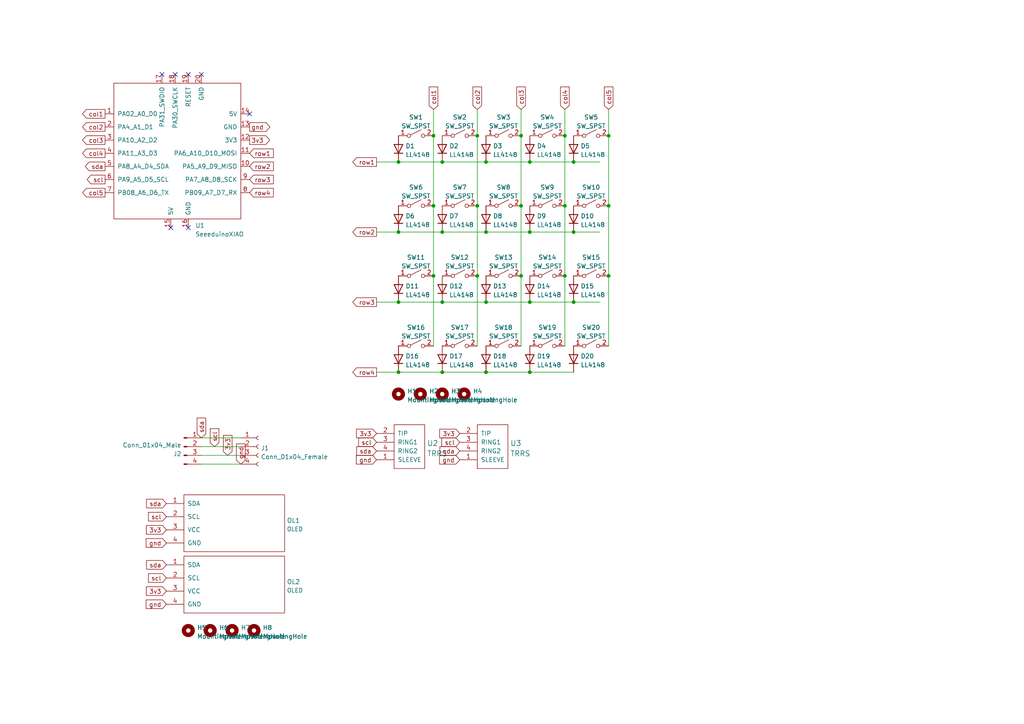
<source format=kicad_sch>
(kicad_sch (version 20211123) (generator eeschema)
  (paper "A4")
  (lib_symbols
    (symbol "Connector:Conn_01x04_Female" (pin_names (offset 1.016) hide)
      (property "Reference" "J" (at 0 5.08 0))
      (property "Value" "Conn_01x04_Female" (at 0 -7.62 0))
      (symbol "Conn_01x04_Female_1_1"
        (arc (start 0 -4.572) (mid -0.508 -5.08) (end 0 -5.588) (stroke (width 0.1524)))
        (arc (start 0 -2.032) (mid -0.508 -2.54) (end 0 -3.048) (stroke (width 0.1524)))
        (polyline (pts (xy -1.27 -5.08) (xy -0.508 -5.08)) (stroke (width 0.1524)))
        (polyline (pts (xy -1.27 -2.54) (xy -0.508 -2.54)) (stroke (width 0.1524)))
        (polyline (pts (xy -1.27 0) (xy -0.508 0)) (stroke (width 0.1524)))
        (polyline (pts (xy -1.27 2.54) (xy -0.508 2.54)) (stroke (width 0.1524)))
        (arc (start 0 0.508) (mid -0.508 0) (end 0 -0.508) (stroke (width 0.1524)))
        (arc (start 0 3.048) (mid -0.508 2.54) (end 0 2.032) (stroke (width 0.1524)))
        (pin passive line (at -5.08 2.54 0) (length 3.81) (name "Pin_1") (number "1"))
        (pin passive line (at -5.08 0 0) (length 3.81) (name "Pin_2") (number "2"))
        (pin passive line (at -5.08 -2.54 0) (length 3.81) (name "Pin_3") (number "3"))
        (pin passive line (at -5.08 -5.08 0) (length 3.81) (name "Pin_4") (number "4"))
      )
    )
    (symbol "Connector:Conn_01x04_Male" (pin_names (offset 1.016) hide)
      (property "Reference" "J" (at 0 5.08 0))
      (property "Value" "Conn_01x04_Male" (at 0 -7.62 0))
      (symbol "Conn_01x04_Male_1_1"
        (polyline (pts (xy 1.27 -5.08) (xy 0.8636 -5.08)) (stroke (width 0.1524)))
        (polyline (pts (xy 1.27 -2.54) (xy 0.8636 -2.54)) (stroke (width 0.1524)))
        (polyline (pts (xy 1.27 0) (xy 0.8636 0)) (stroke (width 0.1524)))
        (polyline (pts (xy 1.27 2.54) (xy 0.8636 2.54)) (stroke (width 0.1524)))
        (rectangle (start 0.8636 -4.953) (end 0 -5.207) (stroke (width 0.1524)) (fill (type outline)))
        (rectangle (start 0.8636 -2.413) (end 0 -2.667) (stroke (width 0.1524)) (fill (type outline)))
        (rectangle (start 0.8636 0.127) (end 0 -0.127) (stroke (width 0.1524)) (fill (type outline)))
        (rectangle (start 0.8636 2.667) (end 0 2.413) (stroke (width 0.1524)) (fill (type outline)))
        (pin passive line (at 5.08 2.54 180) (length 3.81) (name "Pin_1") (number "1"))
        (pin passive line (at 5.08 0 180) (length 3.81) (name "Pin_2") (number "2"))
        (pin passive line (at 5.08 -2.54 180) (length 3.81) (name "Pin_3") (number "3"))
        (pin passive line (at 5.08 -5.08 180) (length 3.81) (name "Pin_4") (number "4"))
      )
    )
    (symbol "Diode:LL4148" (pin_numbers hide) (pin_names (offset 1.016) hide)
      (property "Reference" "D" (at 0 2.54 0))
      (property "Value" "LL4148" (at 0 -2.54 0))
      (symbol "LL4148_0_1"
        (polyline (pts (xy -1.27 1.27) (xy -1.27 -1.27)) (stroke (width 0.254)))
        (polyline (pts (xy 1.27 0) (xy -1.27 0)))
        (polyline (pts (xy 1.27 1.27) (xy 1.27 -1.27) (xy -1.27 0) (xy 1.27 1.27)) (stroke (width 0.254)))
      )
      (symbol "LL4148_1_1"
        (pin passive line (at -3.81 0 0) (length 2.54) (name "K") (number "1"))
        (pin passive line (at 3.81 0 180) (length 2.54) (name "A") (number "2"))
      )
    )
    (symbol "Mechanical:MountingHole" (pin_names (offset 1.016))
      (property "Reference" "H" (at 0 5.08 0))
      (property "Value" "MountingHole" (at 0 3.175 0))
      (symbol "MountingHole_0_1"
        (circle (center 0 0) (radius 1.27) (stroke (width 1.27)))
      )
    )
    (symbol "Seeeduino XIAO:SeeeduinoXIAO" (pin_names (offset 1.016))
      (property "Reference" "U" (at -19.05 22.86 0))
      (property "Value" "SeeeduinoXIAO" (at -12.7 21.59 0))
      (symbol "SeeeduinoXIAO_0_1"
        (rectangle (start -19.05 20.32) (end 17.78 -19.05))
      )
      (symbol "SeeeduinoXIAO_1_1"
        (pin unspecified line (at -21.59 11.43 0) (length 2.54) (name "PA02_A0_D0") (number "1"))
        (pin unspecified line (at 20.32 -3.81 180) (length 2.54) (name "PA5_A9_D9_MISO") (number "10"))
        (pin unspecified line (at 20.32 0 180) (length 2.54) (name "PA6_A10_D10_MOSI") (number "11"))
        (pin unspecified line (at 20.32 3.81 180) (length 2.54) (name "3V3") (number "12"))
        (pin unspecified line (at 20.32 7.62 180) (length 2.54) (name "GND") (number "13"))
        (pin unspecified line (at 20.32 11.43 180) (length 2.54) (name "5V") (number "14"))
        (pin input line (at -2.54 -21.59 90) (length 2.54) (name "5V") (number "15"))
        (pin input line (at 2.54 -21.59 90) (length 2.54) (name "GND") (number "16"))
        (pin input line (at -5.08 22.86 270) (length 2.54) (name "PA31_SWDIO") (number "17"))
        (pin input line (at -1.27 22.86 270) (length 2.54) (name "PA30_SWCLK") (number "18"))
        (pin input line (at 2.54 22.86 270) (length 2.54) (name "RESET") (number "19"))
        (pin unspecified line (at -21.59 7.62 0) (length 2.54) (name "PA4_A1_D1") (number "2"))
        (pin input line (at 6.35 22.86 270) (length 2.54) (name "GND") (number "20"))
        (pin unspecified line (at -21.59 3.81 0) (length 2.54) (name "PA10_A2_D2") (number "3"))
        (pin unspecified line (at -21.59 0 0) (length 2.54) (name "PA11_A3_D3") (number "4"))
        (pin unspecified line (at -21.59 -3.81 0) (length 2.54) (name "PA8_A4_D4_SDA") (number "5"))
        (pin unspecified line (at -21.59 -7.62 0) (length 2.54) (name "PA9_A5_D5_SCL") (number "6"))
        (pin unspecified line (at -21.59 -11.43 0) (length 2.54) (name "PB08_A6_D6_TX") (number "7"))
        (pin unspecified line (at 20.32 -11.43 180) (length 2.54) (name "PB09_A7_D7_RX") (number "8"))
        (pin unspecified line (at 20.32 -7.62 180) (length 2.54) (name "PA7_A8_D8_SCK") (number "9"))
      )
    )
    (symbol "Switch:SW_SPST" (pin_names (offset 0) hide)
      (property "Reference" "SW" (at 0 3.175 0))
      (property "Value" "SW_SPST" (at 0 -2.54 0))
      (symbol "SW_SPST_0_0"
        (circle (center -2.032 0) (radius 0.508))
        (polyline (pts (xy -1.524 0.254) (xy 1.524 1.778)))
        (circle (center 2.032 0) (radius 0.508))
      )
      (symbol "SW_SPST_1_1"
        (pin passive line (at -5.08 0 0) (length 2.54) (name "A") (number "1"))
        (pin passive line (at 5.08 0 180) (length 2.54) (name "B") (number "2"))
      )
    )
    (symbol "kbd:OLED" (pin_names (offset 1.016))
      (property "Reference" "OL" (at 0 2.54 0))
      (property "Value" "OLED" (at 0 -1.27 0))
      (symbol "OLED_0_1"
        (rectangle (start -13.97 8.89) (end 15.24 -7.62))
      )
      (symbol "OLED_1_1"
        (pin bidirectional line (at -19.05 6.35 0) (length 5.08) (name "SDA") (number "1"))
        (pin bidirectional line (at -19.05 2.54 0) (length 5.08) (name "SCL") (number "2"))
        (pin power_in line (at -19.05 -1.27 0) (length 5.08) (name "VCC") (number "3"))
        (pin power_in line (at -19.05 -5.08 0) (length 5.08) (name "GND") (number "4"))
      )
    )
    (symbol "keebio:TRRS" (pin_names (offset 1.016))
      (property "Reference" "U" (at 0 15.24 0))
      (property "Value" "TRRS" (at 0 -2.54 0))
      (symbol "TRRS_0_1"
        (rectangle (start -3.81 0) (end -3.81 12.7))
        (rectangle (start -3.81 12.7) (end 5.08 12.7))
        (rectangle (start 5.08 0) (end -3.81 0))
        (rectangle (start 5.08 12.7) (end 5.08 0))
      )
      (symbol "TRRS_1_1"
        (pin input line (at -8.89 2.54 0) (length 5.08) (name "SLEEVE") (number "1"))
        (pin input line (at -8.89 10.16 0) (length 5.08) (name "TIP") (number "2"))
        (pin input line (at -8.89 7.62 0) (length 5.08) (name "RING1") (number "3"))
        (pin input line (at -8.89 5.08 0) (length 5.08) (name "RING2") (number "4"))
      )
    )
  )
  (junction (at 153.67 46.99))
  (junction (at 128.27 107.95))
  (junction (at 138.43 39.37))
  (junction (at 128.27 46.99))
  (junction (at 128.27 87.63))
  (junction (at 125.73 59.69))
  (junction (at 140.97 87.63))
  (junction (at 151.13 39.37))
  (junction (at 176.53 39.37))
  (junction (at 115.57 67.31))
  (junction (at 138.43 80.01))
  (junction (at 115.57 46.99))
  (junction (at 115.57 107.95))
  (junction (at 163.83 59.69))
  (junction (at 153.67 107.95))
  (junction (at 166.37 87.63))
  (junction (at 140.97 46.99))
  (junction (at 163.83 39.37))
  (junction (at 115.57 87.63))
  (junction (at 163.83 80.01))
  (junction (at 138.43 59.69))
  (junction (at 125.73 80.01))
  (junction (at 153.67 87.63))
  (junction (at 176.53 59.69))
  (junction (at 153.67 67.31))
  (junction (at 176.53 80.01))
  (junction (at 125.73 39.37))
  (junction (at 140.97 67.31))
  (junction (at 166.37 67.31))
  (junction (at 128.27 67.31))
  (junction (at 166.37 46.99))
  (junction (at 151.13 59.69))
  (junction (at 140.97 107.95))
  (junction (at 151.13 80.01))
  (no_connect (at 72.39 33.02))
  (no_connect (at 46.99 21.59))
  (no_connect (at 50.8 21.59))
  (no_connect (at 54.61 21.59))
  (no_connect (at 58.42 21.59))
  (no_connect (at 54.61 66.04))
  (no_connect (at 49.53 66.04))
  (wire (pts (xy 153.67 67.31) (xy 166.37 67.31)))
  (wire (pts (xy 109.22 46.99) (xy 115.57 46.99)))
  (wire (pts (xy 153.67 46.99) (xy 166.37 46.99)))
  (wire (pts (xy 125.73 31.75) (xy 125.73 39.37)))
  (wire (pts (xy 69.85 134.62) (xy 58.42 134.62)))
  (wire (pts (xy 176.53 59.69) (xy 176.53 80.01)))
  (wire (pts (xy 128.27 87.63) (xy 140.97 87.63)))
  (wire (pts (xy 153.67 107.95) (xy 166.37 107.95)))
  (wire (pts (xy 140.97 67.31) (xy 153.67 67.31)))
  (wire (pts (xy 138.43 80.01) (xy 138.43 100.33)))
  (wire (pts (xy 69.85 132.08) (xy 58.42 132.08)))
  (wire (pts (xy 115.57 46.99) (xy 128.27 46.99)))
  (wire (pts (xy 151.13 39.37) (xy 151.13 59.69)))
  (wire (pts (xy 115.57 107.95) (xy 128.27 107.95)))
  (wire (pts (xy 69.85 129.54) (xy 58.42 129.54)))
  (wire (pts (xy 176.53 80.01) (xy 176.53 100.33)))
  (wire (pts (xy 115.57 67.31) (xy 128.27 67.31)))
  (wire (pts (xy 176.53 39.37) (xy 176.53 59.69)))
  (wire (pts (xy 163.83 59.69) (xy 163.83 80.01)))
  (wire (pts (xy 138.43 31.75) (xy 138.43 39.37)))
  (wire (pts (xy 125.73 80.01) (xy 125.73 100.33)))
  (wire (pts (xy 128.27 67.31) (xy 140.97 67.31)))
  (wire (pts (xy 115.57 87.63) (xy 128.27 87.63)))
  (wire (pts (xy 166.37 87.63) (xy 173.99 87.63)))
  (wire (pts (xy 128.27 46.99) (xy 140.97 46.99)))
  (wire (pts (xy 176.53 31.75) (xy 176.53 39.37)))
  (wire (pts (xy 163.83 39.37) (xy 163.83 59.69)))
  (wire (pts (xy 109.22 67.31) (xy 115.57 67.31)))
  (wire (pts (xy 140.97 46.99) (xy 153.67 46.99)))
  (wire (pts (xy 163.83 80.01) (xy 163.83 100.33)))
  (wire (pts (xy 151.13 80.01) (xy 151.13 100.33)))
  (wire (pts (xy 138.43 59.69) (xy 138.43 80.01)))
  (wire (pts (xy 163.83 31.75) (xy 163.83 39.37)))
  (wire (pts (xy 166.37 46.99) (xy 173.99 46.99)))
  (wire (pts (xy 69.85 127) (xy 58.42 127)))
  (wire (pts (xy 138.43 39.37) (xy 138.43 59.69)))
  (wire (pts (xy 128.27 107.95) (xy 140.97 107.95)))
  (wire (pts (xy 140.97 87.63) (xy 153.67 87.63)))
  (wire (pts (xy 151.13 31.75) (xy 151.13 39.37)))
  (wire (pts (xy 151.13 59.69) (xy 151.13 80.01)))
  (wire (pts (xy 125.73 59.69) (xy 125.73 80.01)))
  (wire (pts (xy 166.37 67.31) (xy 173.99 67.31)))
  (wire (pts (xy 109.22 87.63) (xy 115.57 87.63)))
  (wire (pts (xy 153.67 87.63) (xy 166.37 87.63)))
  (wire (pts (xy 109.22 107.95) (xy 115.57 107.95)))
  (wire (pts (xy 125.73 39.37) (xy 125.73 59.69)))
  (wire (pts (xy 140.97 107.95) (xy 153.67 107.95)))
  (global_label "gnd" (shape input) (at 48.26 157.48 180) (property "Intersheet References" "${INTERSHEET_REFS}" (effects hide)))
  (global_label "scl" (shape input) (at 62.23 129.54 90) (property "Intersheet References" "${INTERSHEET_REFS}" (effects hide)))
  (global_label "3v3" (shape input) (at 66.04 132.08 90) (property "Intersheet References" "${INTERSHEET_REFS}" (effects hide)))
  (global_label "col4" (shape output) (at 30.48 44.45 180) (property "Intersheet References" "${INTERSHEET_REFS}" (effects hide)))
  (global_label "scl" (shape input) (at 48.26 149.86 180) (property "Intersheet References" "${INTERSHEET_REFS}" (effects hide)))
  (global_label "row1" (shape output) (at 109.22 46.99 180) (property "Intersheet References" "${INTERSHEET_REFS}" (effects hide)))
  (global_label "row1" (shape input) (at 72.39 44.45 0) (property "Intersheet References" "${INTERSHEET_REFS}" (effects hide)))
  (global_label "sda" (shape input) (at 48.26 163.83 180) (property "Intersheet References" "${INTERSHEET_REFS}" (effects hide)))
  (global_label "scl" (shape input) (at 133.35 128.27 180) (property "Intersheet References" "${INTERSHEET_REFS}" (effects hide)))
  (global_label "gnd" (shape input) (at 69.85 134.62 90) (property "Intersheet References" "${INTERSHEET_REFS}" (effects hide)))
  (global_label "col1" (shape input) (at 125.73 31.75 90) (property "Intersheet References" "${INTERSHEET_REFS}" (effects hide)))
  (global_label "sda" (shape input) (at 109.22 130.81 180) (property "Intersheet References" "${INTERSHEET_REFS}" (effects hide)))
  (global_label "gnd" (shape input) (at 48.26 175.26 180) (property "Intersheet References" "${INTERSHEET_REFS}" (effects hide)))
  (global_label "col3" (shape input) (at 151.13 31.75 90) (property "Intersheet References" "${INTERSHEET_REFS}" (effects hide)))
  (global_label "sda" (shape output) (at 30.48 48.26 180) (property "Intersheet References" "${INTERSHEET_REFS}" (effects hide)))
  (global_label "sda" (shape input) (at 48.26 146.05 180) (property "Intersheet References" "${INTERSHEET_REFS}" (effects hide)))
  (global_label "3v3" (shape input) (at 48.26 171.45 180) (property "Intersheet References" "${INTERSHEET_REFS}" (effects hide)))
  (global_label "sda" (shape input) (at 133.35 130.81 180) (property "Intersheet References" "${INTERSHEET_REFS}" (effects hide)))
  (global_label "3v3" (shape input) (at 109.22 125.73 180) (property "Intersheet References" "${INTERSHEET_REFS}" (effects hide)))
  (global_label "scl" (shape input) (at 109.22 128.27 180) (property "Intersheet References" "${INTERSHEET_REFS}" (effects hide)))
  (global_label "row4" (shape output) (at 109.22 107.95 180) (property "Intersheet References" "${INTERSHEET_REFS}" (effects hide)))
  (global_label "col3" (shape output) (at 30.48 40.64 180) (property "Intersheet References" "${INTERSHEET_REFS}" (effects hide)))
  (global_label "3v3" (shape input) (at 133.35 125.73 180) (property "Intersheet References" "${INTERSHEET_REFS}" (effects hide)))
  (global_label "row2" (shape output) (at 109.22 67.31 180) (property "Intersheet References" "${INTERSHEET_REFS}" (effects hide)))
  (global_label "row4" (shape input) (at 72.39 55.88 0) (property "Intersheet References" "${INTERSHEET_REFS}" (effects hide)))
  (global_label "col5" (shape output) (at 30.48 55.88 180) (property "Intersheet References" "${INTERSHEET_REFS}" (effects hide)))
  (global_label "scl" (shape output) (at 30.48 52.07 180) (property "Intersheet References" "${INTERSHEET_REFS}" (effects hide)))
  (global_label "sda" (shape input) (at 58.42 127 90) (property "Intersheet References" "${INTERSHEET_REFS}" (effects hide)))
  (global_label "3v3" (shape input) (at 48.26 153.67 180) (property "Intersheet References" "${INTERSHEET_REFS}" (effects hide)))
  (global_label "col5" (shape input) (at 176.53 31.75 90) (property "Intersheet References" "${INTERSHEET_REFS}" (effects hide)))
  (global_label "col2" (shape input) (at 138.43 31.75 90) (property "Intersheet References" "${INTERSHEET_REFS}" (effects hide)))
  (global_label "col2" (shape output) (at 30.48 36.83 180) (property "Intersheet References" "${INTERSHEET_REFS}" (effects hide)))
  (global_label "gnd" (shape input) (at 133.35 133.35 180) (property "Intersheet References" "${INTERSHEET_REFS}" (effects hide)))
  (global_label "row3" (shape input) (at 72.39 52.07 0) (property "Intersheet References" "${INTERSHEET_REFS}" (effects hide)))
  (global_label "gnd" (shape output) (at 72.39 36.83 0) (property "Intersheet References" "${INTERSHEET_REFS}" (effects hide)))
  (global_label "row3" (shape output) (at 109.22 87.63 180) (property "Intersheet References" "${INTERSHEET_REFS}" (effects hide)))
  (global_label "row2" (shape input) (at 72.39 48.26 0) (property "Intersheet References" "${INTERSHEET_REFS}" (effects hide)))
  (global_label "3v3" (shape output) (at 72.39 40.64 0) (property "Intersheet References" "${INTERSHEET_REFS}" (effects hide)))
  (global_label "col1" (shape output) (at 30.48 33.02 180) (property "Intersheet References" "${INTERSHEET_REFS}" (effects hide)))
  (global_label "col4" (shape input) (at 163.83 31.75 90) (property "Intersheet References" "${INTERSHEET_REFS}" (effects hide)))
  (global_label "gnd" (shape input) (at 109.22 133.35 180) (property "Intersheet References" "${INTERSHEET_REFS}" (effects hide)))
  (global_label "scl" (shape input) (at 48.26 167.64 180) (property "Intersheet References" "${INTERSHEET_REFS}" (effects hide)))
  (symbol (lib_id "Switch:SW_SPST") (at 158.75 100.33 0) (unit 1)
    (property "Reference" "SW19" (at 158.75 94.9792 0))
    (property "Value" "SW_SPST" (at 158.75 97.5161 0))
    (property "Footprint" "keyswitches:Kailh_socket_MX" (effects hide))
  )
  (symbol (lib_id "kbd:OLED") (at 67.31 170.18 0) (unit 1)
    (property "Reference" "OL2" (at 83.185 168.7529 0) (effects (font (size 1.2954 1.2954)) (justify left)))
    (property "Value" "OLED" (at 83.185 171.244 0) (effects (font (size 1.1938 1.1938)) (justify left)))
    (property "Footprint" "kbd:OLED_v2" (effects hide))
  )
  (symbol (lib_id "Diode:LL4148") (at 140.97 83.82 90) (unit 1)
    (property "Reference" "D13" (at 143.002 82.9853 90) (effects (justify right)))
    (property "Value" "LL4148" (at 143.002 85.5222 90) (effects (justify right)))
    (property "Footprint" "Diode_SMD:D_MiniMELF" (effects hide))
    (property "Datasheet" "http://www.vishay.com/docs/85557/ll4148.pdf" (effects hide))
  )
  (symbol (lib_id "keebio:TRRS") (at 118.11 135.89 0) (unit 1)
    (property "Reference" "U2" (at 123.825 128.5638 0) (effects (font (size 1.524 1.524)) (justify left)))
    (property "Value" "TRRS" (at 123.825 131.5572 0) (effects (font (size 1.524 1.524)) (justify left)))
    (property "Footprint" "Keebio-Parts:TRRS-PJ-320A" (effects hide))
  )
  (symbol (lib_id "Diode:LL4148") (at 115.57 63.5 90) (unit 1)
    (property "Reference" "D6" (at 117.602 62.6653 90) (effects (justify right)))
    (property "Value" "LL4148" (at 117.602 65.2022 90) (effects (justify right)))
    (property "Footprint" "Diode_SMD:D_MiniMELF" (effects hide))
    (property "Datasheet" "http://www.vishay.com/docs/85557/ll4148.pdf" (effects hide))
  )
  (symbol (lib_id "Diode:LL4148") (at 115.57 104.14 90) (unit 1)
    (property "Reference" "D16" (at 117.602 103.3053 90) (effects (justify right)))
    (property "Value" "LL4148" (at 117.602 105.8422 90) (effects (justify right)))
    (property "Footprint" "Diode_SMD:D_MiniMELF" (effects hide))
    (property "Datasheet" "http://www.vishay.com/docs/85557/ll4148.pdf" (effects hide))
  )
  (symbol (lib_id "Diode:LL4148") (at 140.97 43.18 90) (unit 1)
    (property "Reference" "D3" (at 143.002 42.3453 90) (effects (justify right)))
    (property "Value" "LL4148" (at 143.002 44.8822 90) (effects (justify right)))
    (property "Footprint" "Diode_SMD:D_MiniMELF" (effects hide))
    (property "Datasheet" "http://www.vishay.com/docs/85557/ll4148.pdf" (effects hide))
  )
  (symbol (lib_id "Diode:LL4148") (at 140.97 104.14 90) (unit 1)
    (property "Reference" "D18" (at 143.002 103.3053 90) (effects (justify right)))
    (property "Value" "LL4148" (at 143.002 105.8422 90) (effects (justify right)))
    (property "Footprint" "Diode_SMD:D_MiniMELF" (effects hide))
    (property "Datasheet" "http://www.vishay.com/docs/85557/ll4148.pdf" (effects hide))
  )
  (symbol (lib_id "Switch:SW_SPST") (at 171.45 80.01 0) (unit 1)
    (property "Reference" "SW15" (at 171.45 74.6592 0))
    (property "Value" "SW_SPST" (at 171.45 77.1961 0))
    (property "Footprint" "keyswitches:Kailh_socket_MX" (effects hide))
  )
  (symbol (lib_id "Diode:LL4148") (at 153.67 83.82 90) (unit 1)
    (property "Reference" "D14" (at 155.702 82.9853 90) (effects (justify right)))
    (property "Value" "LL4148" (at 155.702 85.5222 90) (effects (justify right)))
    (property "Footprint" "Diode_SMD:D_MiniMELF" (effects hide))
    (property "Datasheet" "http://www.vishay.com/docs/85557/ll4148.pdf" (effects hide))
  )
  (symbol (lib_id "Mechanical:MountingHole") (at 115.57 114.3 0) (unit 1)
    (property "Reference" "H1" (at 118.11 113.4653 0) (effects (justify left)))
    (property "Value" "MountingHole" (at 118.11 116.0022 0) (effects (justify left)))
    (property "Footprint" "MountingHole:MountingHole_2.2mm_M2" (effects hide))
  )
  (symbol (lib_id "Diode:LL4148") (at 153.67 104.14 90) (unit 1)
    (property "Reference" "D19" (at 155.702 103.3053 90) (effects (justify right)))
    (property "Value" "LL4148" (at 155.702 105.8422 90) (effects (justify right)))
    (property "Footprint" "Diode_SMD:D_MiniMELF" (effects hide))
    (property "Datasheet" "http://www.vishay.com/docs/85557/ll4148.pdf" (effects hide))
  )
  (symbol (lib_id "Connector:Conn_01x04_Female") (at 74.93 129.54 0) (unit 1)
    (property "Reference" "J1" (at 75.6412 129.9753 0) (effects (justify left)))
    (property "Value" "Conn_01x04_Female" (at 75.6412 132.5122 0) (effects (justify left)))
    (property "Footprint" "Connector_PinSocket_2.54mm:PinSocket_1x04_P2.54mm_Vertical" (effects hide))
  )
  (symbol (lib_id "Switch:SW_SPST") (at 133.35 100.33 0) (unit 1)
    (property "Reference" "SW17" (at 133.35 94.9792 0))
    (property "Value" "SW_SPST" (at 133.35 97.5161 0))
    (property "Footprint" "keyswitches:Kailh_socket_MX" (effects hide))
  )
  (symbol (lib_id "Diode:LL4148") (at 166.37 83.82 90) (unit 1)
    (property "Reference" "D15" (at 168.402 82.9853 90) (effects (justify right)))
    (property "Value" "LL4148" (at 168.402 85.5222 90) (effects (justify right)))
    (property "Footprint" "Diode_SMD:D_MiniMELF" (effects hide))
    (property "Datasheet" "http://www.vishay.com/docs/85557/ll4148.pdf" (effects hide))
  )
  (symbol (lib_id "Diode:LL4148") (at 166.37 104.14 90) (unit 1)
    (property "Reference" "D20" (at 168.402 103.3053 90) (effects (justify right)))
    (property "Value" "LL4148" (at 168.402 105.8422 90) (effects (justify right)))
    (property "Footprint" "Diode_SMD:D_MiniMELF" (effects hide))
    (property "Datasheet" "http://www.vishay.com/docs/85557/ll4148.pdf" (effects hide))
  )
  (symbol (lib_id "keebio:TRRS") (at 142.24 135.89 0) (unit 1)
    (property "Reference" "U3" (at 147.955 128.5638 0) (effects (font (size 1.524 1.524)) (justify left)))
    (property "Value" "TRRS" (at 147.955 131.5572 0) (effects (font (size 1.524 1.524)) (justify left)))
    (property "Footprint" "Keebio-Parts:TRRS-PJ-320A" (effects hide))
  )
  (symbol (lib_id "Switch:SW_SPST") (at 133.35 80.01 0) (unit 1)
    (property "Reference" "SW12" (at 133.35 74.6592 0))
    (property "Value" "SW_SPST" (at 133.35 77.1961 0))
    (property "Footprint" "keyswitches:Kailh_socket_MX" (effects hide))
  )
  (symbol (lib_id "kbd:OLED") (at 67.31 152.4 0) (unit 1)
    (property "Reference" "OL1" (at 83.185 150.9729 0) (effects (font (size 1.2954 1.2954)) (justify left)))
    (property "Value" "OLED" (at 83.185 153.464 0) (effects (font (size 1.1938 1.1938)) (justify left)))
    (property "Footprint" "kbd:OLED_v2" (effects hide))
  )
  (symbol (lib_id "Diode:LL4148") (at 128.27 63.5 90) (unit 1)
    (property "Reference" "D7" (at 130.302 62.6653 90) (effects (justify right)))
    (property "Value" "LL4148" (at 130.302 65.2022 90) (effects (justify right)))
    (property "Footprint" "Diode_SMD:D_MiniMELF" (effects hide))
    (property "Datasheet" "http://www.vishay.com/docs/85557/ll4148.pdf" (effects hide))
  )
  (symbol (lib_id "Diode:LL4148") (at 153.67 63.5 90) (unit 1)
    (property "Reference" "D9" (at 155.702 62.6653 90) (effects (justify right)))
    (property "Value" "LL4148" (at 155.702 65.2022 90) (effects (justify right)))
    (property "Footprint" "Diode_SMD:D_MiniMELF" (effects hide))
    (property "Datasheet" "http://www.vishay.com/docs/85557/ll4148.pdf" (effects hide))
  )
  (symbol (lib_id "Diode:LL4148") (at 166.37 43.18 90) (unit 1)
    (property "Reference" "D5" (at 168.402 42.3453 90) (effects (justify right)))
    (property "Value" "LL4148" (at 168.402 44.8822 90) (effects (justify right)))
    (property "Footprint" "Diode_SMD:D_MiniMELF" (effects hide))
    (property "Datasheet" "http://www.vishay.com/docs/85557/ll4148.pdf" (effects hide))
  )
  (symbol (lib_id "Switch:SW_SPST") (at 146.05 39.37 0) (unit 1)
    (property "Reference" "SW3" (at 146.05 34.0192 0))
    (property "Value" "SW_SPST" (at 146.05 36.5561 0))
    (property "Footprint" "keyswitches:Kailh_socket_MX" (effects hide))
  )
  (symbol (lib_id "Mechanical:MountingHole") (at 60.96 182.88 0) (unit 1)
    (property "Reference" "H6" (at 63.5 182.0453 0) (effects (justify left)))
    (property "Value" "MountingHole" (at 63.5 184.5822 0) (effects (justify left)))
    (property "Footprint" "MountingHole:MountingHole_2.2mm_M2" (effects hide))
  )
  (symbol (lib_id "Mechanical:MountingHole") (at 121.92 114.3 0) (unit 1)
    (property "Reference" "H2" (at 124.46 113.4653 0) (effects (justify left)))
    (property "Value" "MountingHole" (at 124.46 116.0022 0) (effects (justify left)))
    (property "Footprint" "MountingHole:MountingHole_2.2mm_M2" (effects hide))
  )
  (symbol (lib_id "Switch:SW_SPST") (at 120.65 59.69 0) (unit 1)
    (property "Reference" "SW6" (at 120.65 54.3392 0))
    (property "Value" "SW_SPST" (at 120.65 56.8761 0))
    (property "Footprint" "keyswitches:Kailh_socket_MX" (effects hide))
  )
  (symbol (lib_id "Mechanical:MountingHole") (at 134.62 114.3 0) (unit 1)
    (property "Reference" "H4" (at 137.16 113.4653 0) (effects (justify left)))
    (property "Value" "MountingHole" (at 137.16 116.0022 0) (effects (justify left)))
    (property "Footprint" "MountingHole:MountingHole_2.2mm_M2" (effects hide))
  )
  (symbol (lib_id "Mechanical:MountingHole") (at 67.31 182.88 0) (unit 1)
    (property "Reference" "H7" (at 69.85 182.0453 0) (effects (justify left)))
    (property "Value" "MountingHole" (at 69.85 184.5822 0) (effects (justify left)))
    (property "Footprint" "MountingHole:MountingHole_2.2mm_M2" (effects hide))
  )
  (symbol (lib_id "Connector:Conn_01x04_Male") (at 53.34 129.54 0) (unit 1)
    (property "Reference" "J2" (at 52.6288 131.6447 0) (effects (justify right)))
    (property "Value" "Conn_01x04_Male" (at 52.6288 129.1078 0) (effects (justify right)))
    (property "Footprint" "Connector_PinHeader_2.54mm:PinHeader_1x04_P2.54mm_Vertical" (effects hide))
  )
  (symbol (lib_id "Seeeduino XIAO:SeeeduinoXIAO") (at 52.07 44.45 0) (unit 1)
    (property "Reference" "U1" (at 56.6294 65.4034 0) (effects (justify left)))
    (property "Value" "SeeeduinoXIAO" (at 56.6294 67.9403 0) (effects (justify left)))
    (property "Footprint" "Seeeduino XIAO KICAD:Seeeduino XIAO-MOUDLE14P-2.54-21X17.8MM" (effects hide))
  )
  (symbol (lib_id "Mechanical:MountingHole") (at 54.61 182.88 0) (unit 1)
    (property "Reference" "H5" (at 57.15 182.0453 0) (effects (justify left)))
    (property "Value" "MountingHole" (at 57.15 184.5822 0) (effects (justify left)))
    (property "Footprint" "MountingHole:MountingHole_2.2mm_M2" (effects hide))
  )
  (symbol (lib_id "Diode:LL4148") (at 128.27 43.18 90) (unit 1)
    (property "Reference" "D2" (at 130.302 42.3453 90) (effects (justify right)))
    (property "Value" "LL4148" (at 130.302 44.8822 90) (effects (justify right)))
    (property "Footprint" "Diode_SMD:D_MiniMELF" (effects hide))
    (property "Datasheet" "http://www.vishay.com/docs/85557/ll4148.pdf" (effects hide))
  )
  (symbol (lib_id "Diode:LL4148") (at 115.57 83.82 90) (unit 1)
    (property "Reference" "D11" (at 117.602 82.9853 90) (effects (justify right)))
    (property "Value" "LL4148" (at 117.602 85.5222 90) (effects (justify right)))
    (property "Footprint" "Diode_SMD:D_MiniMELF" (effects hide))
    (property "Datasheet" "http://www.vishay.com/docs/85557/ll4148.pdf" (effects hide))
  )
  (symbol (lib_id "Switch:SW_SPST") (at 120.65 39.37 0) (unit 1)
    (property "Reference" "SW1" (at 120.65 34.0192 0))
    (property "Value" "SW_SPST" (at 120.65 36.5561 0))
    (property "Footprint" "keyswitches:Kailh_socket_MX" (effects hide))
  )
  (symbol (lib_id "Switch:SW_SPST") (at 158.75 39.37 0) (unit 1)
    (property "Reference" "SW4" (at 158.75 34.0192 0))
    (property "Value" "SW_SPST" (at 158.75 36.5561 0))
    (property "Footprint" "keyswitches:Kailh_socket_MX" (effects hide))
  )
  (symbol (lib_id "Diode:LL4148") (at 115.57 43.18 90) (unit 1)
    (property "Reference" "D1" (at 117.602 42.3453 90) (effects (justify right)))
    (property "Value" "LL4148" (at 117.602 44.8822 90) (effects (justify right)))
    (property "Footprint" "Diode_SMD:D_MiniMELF" (effects hide))
    (property "Datasheet" "http://www.vishay.com/docs/85557/ll4148.pdf" (effects hide))
  )
  (symbol (lib_id "Mechanical:MountingHole") (at 128.27 114.3 0) (unit 1)
    (property "Reference" "H3" (at 130.81 113.4653 0) (effects (justify left)))
    (property "Value" "MountingHole" (at 130.81 116.0022 0) (effects (justify left)))
    (property "Footprint" "MountingHole:MountingHole_2.2mm_M2" (effects hide))
  )
  (symbol (lib_id "Mechanical:MountingHole") (at 73.66 182.88 0) (unit 1)
    (property "Reference" "H8" (at 76.2 182.0453 0) (effects (justify left)))
    (property "Value" "MountingHole" (at 76.2 184.5822 0) (effects (justify left)))
    (property "Footprint" "MountingHole:MountingHole_2.2mm_M2" (effects hide))
  )
  (symbol (lib_id "Switch:SW_SPST") (at 133.35 59.69 0) (unit 1)
    (property "Reference" "SW7" (at 133.35 54.3392 0))
    (property "Value" "SW_SPST" (at 133.35 56.8761 0))
    (property "Footprint" "keyswitches:Kailh_socket_MX" (effects hide))
  )
  (symbol (lib_id "Switch:SW_SPST") (at 146.05 59.69 0) (unit 1)
    (property "Reference" "SW8" (at 146.05 54.3392 0))
    (property "Value" "SW_SPST" (at 146.05 56.8761 0))
    (property "Footprint" "keyswitches:Kailh_socket_MX" (effects hide))
  )
  (symbol (lib_id "Switch:SW_SPST") (at 120.65 80.01 0) (unit 1)
    (property "Reference" "SW11" (at 120.65 74.6592 0))
    (property "Value" "SW_SPST" (at 120.65 77.1961 0))
    (property "Footprint" "keyswitches:Kailh_socket_MX" (effects hide))
  )
  (symbol (lib_id "Switch:SW_SPST") (at 133.35 39.37 0) (unit 1)
    (property "Reference" "SW2" (at 133.35 34.0192 0))
    (property "Value" "SW_SPST" (at 133.35 36.5561 0))
    (property "Footprint" "keyswitches:Kailh_socket_MX" (effects hide))
  )
  (symbol (lib_id "Switch:SW_SPST") (at 158.75 59.69 0) (unit 1)
    (property "Reference" "SW9" (at 158.75 54.3392 0))
    (property "Value" "SW_SPST" (at 158.75 56.8761 0))
    (property "Footprint" "keyswitches:Kailh_socket_MX" (effects hide))
  )
  (symbol (lib_id "Switch:SW_SPST") (at 171.45 100.33 0) (unit 1)
    (property "Reference" "SW20" (at 171.45 94.9792 0))
    (property "Value" "SW_SPST" (at 171.45 97.5161 0))
    (property "Footprint" "keyswitches:Kailh_socket_MX" (effects hide))
  )
  (symbol (lib_id "Switch:SW_SPST") (at 171.45 39.37 0) (unit 1)
    (property "Reference" "SW5" (at 171.45 34.0192 0))
    (property "Value" "SW_SPST" (at 171.45 36.5561 0))
    (property "Footprint" "keyswitches:Kailh_socket_MX" (effects hide))
  )
  (symbol (lib_id "Switch:SW_SPST") (at 171.45 59.69 0) (unit 1)
    (property "Reference" "SW10" (at 171.45 54.3392 0))
    (property "Value" "SW_SPST" (at 171.45 56.8761 0))
    (property "Footprint" "keyswitches:Kailh_socket_MX" (effects hide))
  )
  (symbol (lib_id "Diode:LL4148") (at 128.27 83.82 90) (unit 1)
    (property "Reference" "D12" (at 130.302 82.9853 90) (effects (justify right)))
    (property "Value" "LL4148" (at 130.302 85.5222 90) (effects (justify right)))
    (property "Footprint" "Diode_SMD:D_MiniMELF" (effects hide))
    (property "Datasheet" "http://www.vishay.com/docs/85557/ll4148.pdf" (effects hide))
  )
  (symbol (lib_id "Switch:SW_SPST") (at 146.05 100.33 0) (unit 1)
    (property "Reference" "SW18" (at 146.05 94.9792 0))
    (property "Value" "SW_SPST" (at 146.05 97.5161 0))
    (property "Footprint" "keyswitches:Kailh_socket_MX" (effects hide))
  )
  (symbol (lib_id "Diode:LL4148") (at 153.67 43.18 90) (unit 1)
    (property "Reference" "D4" (at 155.702 42.3453 90) (effects (justify right)))
    (property "Value" "LL4148" (at 155.702 44.8822 90) (effects (justify right)))
    (property "Footprint" "Diode_SMD:D_MiniMELF" (effects hide))
    (property "Datasheet" "http://www.vishay.com/docs/85557/ll4148.pdf" (effects hide))
  )
  (symbol (lib_id "Switch:SW_SPST") (at 158.75 80.01 0) (unit 1)
    (property "Reference" "SW14" (at 158.75 74.6592 0))
    (property "Value" "SW_SPST" (at 158.75 77.1961 0))
    (property "Footprint" "keyswitches:Kailh_socket_MX" (effects hide))
  )
  (symbol (lib_id "Switch:SW_SPST") (at 146.05 80.01 0) (unit 1)
    (property "Reference" "SW13" (at 146.05 74.6592 0))
    (property "Value" "SW_SPST" (at 146.05 77.1961 0))
    (property "Footprint" "keyswitches:Kailh_socket_MX" (effects hide))
  )
  (symbol (lib_id "Diode:LL4148") (at 166.37 63.5 90) (unit 1)
    (property "Reference" "D10" (at 168.402 62.6653 90) (effects (justify right)))
    (property "Value" "LL4148" (at 168.402 65.2022 90) (effects (justify right)))
    (property "Footprint" "Diode_SMD:D_MiniMELF" (effects hide))
    (property "Datasheet" "http://www.vishay.com/docs/85557/ll4148.pdf" (effects hide))
  )
  (symbol (lib_id "Diode:LL4148") (at 140.97 63.5 90) (unit 1)
    (property "Reference" "D8" (at 143.002 62.6653 90) (effects (justify right)))
    (property "Value" "LL4148" (at 143.002 65.2022 90) (effects (justify right)))
    (property "Footprint" "Diode_SMD:D_MiniMELF" (effects hide))
    (property "Datasheet" "http://www.vishay.com/docs/85557/ll4148.pdf" (effects hide))
  )
  (symbol (lib_id "Switch:SW_SPST") (at 120.65 100.33 0) (unit 1)
    (property "Reference" "SW16" (at 120.65 94.9792 0))
    (property "Value" "SW_SPST" (at 120.65 97.5161 0))
    (property "Footprint" "keyswitches:Kailh_socket_MX" (effects hide))
  )
  (symbol (lib_id "Diode:LL4148") (at 128.27 104.14 90) (unit 1)
    (property "Reference" "D17" (at 130.302 103.3053 90) (effects (justify right)))
    (property "Value" "LL4148" (at 130.302 105.8422 90) (effects (justify right)))
    (property "Footprint" "Diode_SMD:D_MiniMELF" (effects hide))
    (property "Datasheet" "http://www.vishay.com/docs/85557/ll4148.pdf" (effects hide))
  )
)
</source>
